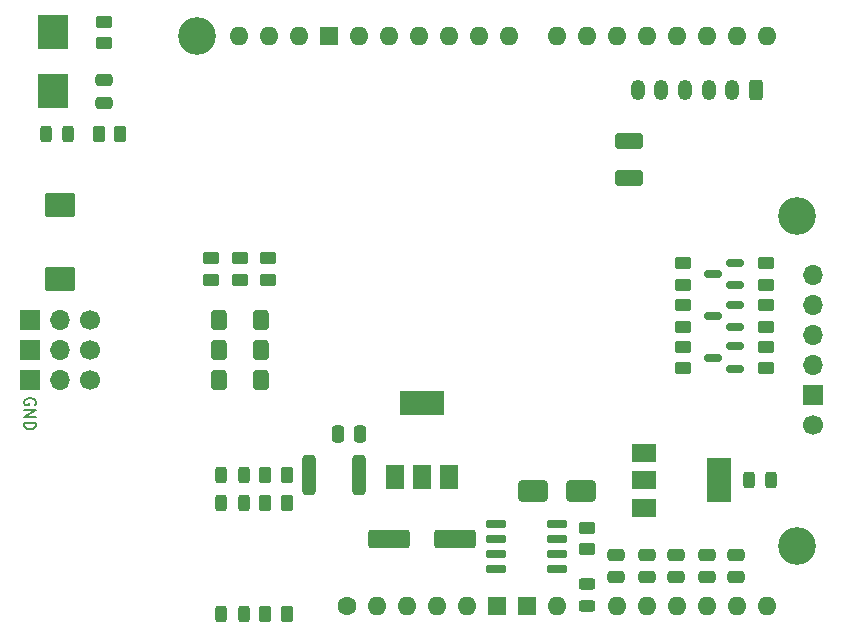
<source format=gbr>
%TF.GenerationSoftware,KiCad,Pcbnew,7.0.1*%
%TF.CreationDate,2023-05-06T15:08:35-03:00*%
%TF.ProjectId,Servo_Claw,53657276-6f5f-4436-9c61-772e6b696361,rev?*%
%TF.SameCoordinates,Original*%
%TF.FileFunction,Soldermask,Top*%
%TF.FilePolarity,Negative*%
%FSLAX46Y46*%
G04 Gerber Fmt 4.6, Leading zero omitted, Abs format (unit mm)*
G04 Created by KiCad (PCBNEW 7.0.1) date 2023-05-06 15:08:35*
%MOMM*%
%LPD*%
G01*
G04 APERTURE LIST*
G04 Aperture macros list*
%AMRoundRect*
0 Rectangle with rounded corners*
0 $1 Rounding radius*
0 $2 $3 $4 $5 $6 $7 $8 $9 X,Y pos of 4 corners*
0 Add a 4 corners polygon primitive as box body*
4,1,4,$2,$3,$4,$5,$6,$7,$8,$9,$2,$3,0*
0 Add four circle primitives for the rounded corners*
1,1,$1+$1,$2,$3*
1,1,$1+$1,$4,$5*
1,1,$1+$1,$6,$7*
1,1,$1+$1,$8,$9*
0 Add four rect primitives between the rounded corners*
20,1,$1+$1,$2,$3,$4,$5,0*
20,1,$1+$1,$4,$5,$6,$7,0*
20,1,$1+$1,$6,$7,$8,$9,0*
20,1,$1+$1,$8,$9,$2,$3,0*%
G04 Aperture macros list end*
%ADD10C,0.200000*%
%ADD11R,2.000000X1.500000*%
%ADD12R,2.000000X3.800000*%
%ADD13R,1.500000X2.000000*%
%ADD14R,3.800000X2.000000*%
%ADD15RoundRect,0.250000X1.025000X-0.787500X1.025000X0.787500X-1.025000X0.787500X-1.025000X-0.787500X0*%
%ADD16C,1.700000*%
%ADD17O,1.700000X1.700000*%
%ADD18R,1.700000X1.700000*%
%ADD19RoundRect,0.250000X0.450000X-0.262500X0.450000X0.262500X-0.450000X0.262500X-0.450000X-0.262500X0*%
%ADD20RoundRect,0.150000X0.587500X0.150000X-0.587500X0.150000X-0.587500X-0.150000X0.587500X-0.150000X0*%
%ADD21RoundRect,0.243750X-0.243750X-0.456250X0.243750X-0.456250X0.243750X0.456250X-0.243750X0.456250X0*%
%ADD22RoundRect,0.250000X0.312500X1.450000X-0.312500X1.450000X-0.312500X-1.450000X0.312500X-1.450000X0*%
%ADD23RoundRect,0.250000X-0.400000X-0.600000X0.400000X-0.600000X0.400000X0.600000X-0.400000X0.600000X0*%
%ADD24RoundRect,0.250000X0.250000X0.475000X-0.250000X0.475000X-0.250000X-0.475000X0.250000X-0.475000X0*%
%ADD25RoundRect,0.250000X1.500000X0.550000X-1.500000X0.550000X-1.500000X-0.550000X1.500000X-0.550000X0*%
%ADD26RoundRect,0.250000X0.262500X0.450000X-0.262500X0.450000X-0.262500X-0.450000X0.262500X-0.450000X0*%
%ADD27O,1.200000X1.750000*%
%ADD28RoundRect,0.300000X-0.300000X-0.575000X0.300000X-0.575000X0.300000X0.575000X-0.300000X0.575000X0*%
%ADD29RoundRect,0.250000X-0.450000X0.262500X-0.450000X-0.262500X0.450000X-0.262500X0.450000X0.262500X0*%
%ADD30RoundRect,0.250000X0.475000X-0.250000X0.475000X0.250000X-0.475000X0.250000X-0.475000X-0.250000X0*%
%ADD31C,3.200000*%
%ADD32C,1.600000*%
%ADD33O,1.600000X1.600000*%
%ADD34R,1.600000X1.600000*%
%ADD35R,2.600000X3.000000*%
%ADD36R,2.612000X3.000000*%
%ADD37RoundRect,0.243750X0.456250X-0.243750X0.456250X0.243750X-0.456250X0.243750X-0.456250X-0.243750X0*%
%ADD38RoundRect,0.250000X-0.925000X0.412500X-0.925000X-0.412500X0.925000X-0.412500X0.925000X0.412500X0*%
%ADD39RoundRect,0.250000X-0.475000X0.250000X-0.475000X-0.250000X0.475000X-0.250000X0.475000X0.250000X0*%
%ADD40RoundRect,0.250000X1.000000X0.650000X-1.000000X0.650000X-1.000000X-0.650000X1.000000X-0.650000X0*%
%ADD41RoundRect,0.150000X-0.725000X-0.150000X0.725000X-0.150000X0.725000X0.150000X-0.725000X0.150000X0*%
G04 APERTURE END LIST*
D10*
X116111361Y-89331704D02*
X116158980Y-89236466D01*
X116158980Y-89236466D02*
X116158980Y-89093609D01*
X116158980Y-89093609D02*
X116111361Y-88950752D01*
X116111361Y-88950752D02*
X116016123Y-88855514D01*
X116016123Y-88855514D02*
X115920885Y-88807895D01*
X115920885Y-88807895D02*
X115730409Y-88760276D01*
X115730409Y-88760276D02*
X115587552Y-88760276D01*
X115587552Y-88760276D02*
X115397076Y-88807895D01*
X115397076Y-88807895D02*
X115301838Y-88855514D01*
X115301838Y-88855514D02*
X115206600Y-88950752D01*
X115206600Y-88950752D02*
X115158980Y-89093609D01*
X115158980Y-89093609D02*
X115158980Y-89188847D01*
X115158980Y-89188847D02*
X115206600Y-89331704D01*
X115206600Y-89331704D02*
X115254219Y-89379323D01*
X115254219Y-89379323D02*
X115587552Y-89379323D01*
X115587552Y-89379323D02*
X115587552Y-89188847D01*
X115158980Y-89807895D02*
X116158980Y-89807895D01*
X116158980Y-89807895D02*
X115158980Y-90379323D01*
X115158980Y-90379323D02*
X116158980Y-90379323D01*
X115158980Y-90855514D02*
X116158980Y-90855514D01*
X116158980Y-90855514D02*
X116158980Y-91093609D01*
X116158980Y-91093609D02*
X116111361Y-91236466D01*
X116111361Y-91236466D02*
X116016123Y-91331704D01*
X116016123Y-91331704D02*
X115920885Y-91379323D01*
X115920885Y-91379323D02*
X115730409Y-91426942D01*
X115730409Y-91426942D02*
X115587552Y-91426942D01*
X115587552Y-91426942D02*
X115397076Y-91379323D01*
X115397076Y-91379323D02*
X115301838Y-91331704D01*
X115301838Y-91331704D02*
X115206600Y-91236466D01*
X115206600Y-91236466D02*
X115158980Y-91093609D01*
X115158980Y-91093609D02*
X115158980Y-90855514D01*
D11*
%TO.C,IC1*%
X167665000Y-98032600D03*
D12*
X173965000Y-95732600D03*
D11*
X167665000Y-95732600D03*
X167665000Y-93432600D03*
%TD*%
D13*
%TO.C,U1*%
X146550000Y-95450000D03*
X148850000Y-95450000D03*
D14*
X148850000Y-89150000D03*
D13*
X151150000Y-95450000D03*
%TD*%
D15*
%TO.C,C5*%
X118211600Y-78652100D03*
X118211600Y-72427100D03*
%TD*%
D16*
%TO.C,J4*%
X120736600Y-82143600D03*
D17*
X118196600Y-82143600D03*
D18*
X115656600Y-82143600D03*
%TD*%
D19*
%TO.C,R10*%
X177977800Y-82725900D03*
X177977800Y-80900900D03*
%TD*%
%TO.C,R11*%
X170967400Y-82725900D03*
X170967400Y-80900900D03*
%TD*%
%TO.C,R1*%
X162814000Y-101572700D03*
X162814000Y-99747700D03*
%TD*%
D20*
%TO.C,Q4*%
X175359300Y-79232800D03*
X175359300Y-77332800D03*
X173484300Y-78282800D03*
%TD*%
D21*
%TO.C,D4*%
X131853700Y-95275400D03*
X133728700Y-95275400D03*
%TD*%
D22*
%TO.C,F1*%
X143539300Y-95300800D03*
X139264300Y-95300800D03*
%TD*%
D23*
%TO.C,D7*%
X131676200Y-82143600D03*
X135176200Y-82143600D03*
%TD*%
D19*
%TO.C,R4*%
X135788400Y-78763500D03*
X135788400Y-76938500D03*
%TD*%
D20*
%TO.C,Q2*%
X175359300Y-86294000D03*
X175359300Y-84394000D03*
X173484300Y-85344000D03*
%TD*%
D24*
%TO.C,C3*%
X143586200Y-91795600D03*
X141686200Y-91795600D03*
%TD*%
D25*
%TO.C,C1*%
X151669400Y-100711000D03*
X146069400Y-100711000D03*
%TD*%
D26*
%TO.C,R2*%
X137386700Y-107010200D03*
X135561700Y-107010200D03*
%TD*%
D23*
%TO.C,D6*%
X131676200Y-84683600D03*
X135176200Y-84683600D03*
%TD*%
%TO.C,D5*%
X131676200Y-87223600D03*
X135176200Y-87223600D03*
%TD*%
D19*
%TO.C,R12*%
X177977800Y-79195300D03*
X177977800Y-77370300D03*
%TD*%
D27*
%TO.C,J1*%
X167110400Y-62670600D03*
X169110400Y-62670600D03*
X171110400Y-62670600D03*
X173110400Y-62670600D03*
X175110400Y-62670600D03*
D28*
X177110400Y-62670600D03*
%TD*%
D29*
%TO.C,R14*%
X121945400Y-56887100D03*
X121945400Y-58712100D03*
%TD*%
D26*
%TO.C,R15*%
X137386700Y-97663000D03*
X135561700Y-97663000D03*
%TD*%
D30*
%TO.C,C7*%
X167868600Y-103921600D03*
X167868600Y-102021600D03*
%TD*%
D20*
%TO.C,Q3*%
X175359300Y-82763400D03*
X175359300Y-80863400D03*
X173484300Y-81813400D03*
%TD*%
D16*
%TO.C,J2*%
X120736600Y-87223600D03*
D17*
X118196600Y-87223600D03*
D18*
X115656600Y-87223600D03*
%TD*%
D19*
%TO.C,R8*%
X177952400Y-86231100D03*
X177952400Y-84406100D03*
%TD*%
%TO.C,R13*%
X170967400Y-79195300D03*
X170967400Y-77370300D03*
%TD*%
D26*
%TO.C,R3*%
X137386700Y-95300800D03*
X135561700Y-95300800D03*
%TD*%
D31*
%TO.C,A1*%
X129746200Y-58099600D03*
X180546200Y-73339600D03*
X180546200Y-101279600D03*
D32*
X142446200Y-106359600D03*
D33*
X144986200Y-106359600D03*
X147526200Y-106359600D03*
X150066200Y-106359600D03*
X152606200Y-106359600D03*
D34*
X155146200Y-106359600D03*
X157686200Y-106359600D03*
D33*
X160226200Y-106359600D03*
X165306200Y-106359600D03*
X167846200Y-106359600D03*
X170386200Y-106359600D03*
X172926200Y-106359600D03*
X175466200Y-106359600D03*
X178006200Y-106359600D03*
X178006200Y-58099600D03*
X175466200Y-58099600D03*
X172926200Y-58099600D03*
X170386200Y-58099600D03*
X167846200Y-58099600D03*
X165306200Y-58099600D03*
X162766200Y-58099600D03*
X160226200Y-58099600D03*
X156166200Y-58099600D03*
X153626200Y-58099600D03*
X151086200Y-58099600D03*
X148546200Y-58099600D03*
X146006200Y-58099600D03*
X143466200Y-58099600D03*
D34*
X140926200Y-58099600D03*
D33*
X138386200Y-58099600D03*
X135846200Y-58099600D03*
X133306200Y-58099600D03*
%TD*%
D35*
%TO.C,SW1*%
X117627400Y-57810400D03*
D36*
X117627400Y-62788800D03*
%TD*%
D16*
%TO.C,J5*%
X181940200Y-91033600D03*
D18*
X181940200Y-88493600D03*
D17*
X181940200Y-85953600D03*
X181940200Y-83413600D03*
X181940200Y-80873600D03*
X181940200Y-78333600D03*
%TD*%
D37*
%TO.C,D1*%
X162814000Y-106372900D03*
X162814000Y-104497900D03*
%TD*%
D19*
%TO.C,R6*%
X131013200Y-78763500D03*
X131013200Y-76938500D03*
%TD*%
D21*
%TO.C,F2*%
X176509200Y-95732600D03*
X178384200Y-95732600D03*
%TD*%
%TO.C,D9*%
X131853700Y-97663000D03*
X133728700Y-97663000D03*
%TD*%
D30*
%TO.C,C8*%
X170357800Y-103921600D03*
X170357800Y-102021600D03*
%TD*%
D21*
%TO.C,D8*%
X116994700Y-66395600D03*
X118869700Y-66395600D03*
%TD*%
D38*
%TO.C,C4*%
X166370000Y-67042500D03*
X166370000Y-70117500D03*
%TD*%
D30*
%TO.C,C6*%
X165277800Y-103921600D03*
X165277800Y-102021600D03*
%TD*%
D19*
%TO.C,R5*%
X133426200Y-78763500D03*
X133426200Y-76938500D03*
%TD*%
D30*
%TO.C,C9*%
X172948600Y-103921600D03*
X172948600Y-102021600D03*
%TD*%
D39*
%TO.C,C11*%
X175463200Y-102021600D03*
X175463200Y-103921600D03*
%TD*%
D21*
%TO.C,D3*%
X131853700Y-107010200D03*
X133728700Y-107010200D03*
%TD*%
D40*
%TO.C,D2*%
X162274000Y-96672400D03*
X158274000Y-96672400D03*
%TD*%
D41*
%TO.C,Q1*%
X155082800Y-99441000D03*
X155082800Y-100711000D03*
X155082800Y-101981000D03*
X155082800Y-103251000D03*
X160232800Y-103251000D03*
X160232800Y-101981000D03*
X160232800Y-100711000D03*
X160232800Y-99441000D03*
%TD*%
D16*
%TO.C,J3*%
X120736600Y-84683600D03*
D17*
X118196600Y-84683600D03*
D18*
X115656600Y-84683600D03*
%TD*%
D39*
%TO.C,C12*%
X121945400Y-61849600D03*
X121945400Y-63749600D03*
%TD*%
D26*
%TO.C,R7*%
X123289700Y-66395600D03*
X121464700Y-66395600D03*
%TD*%
D19*
%TO.C,R9*%
X170967400Y-86256500D03*
X170967400Y-84431500D03*
%TD*%
M02*

</source>
